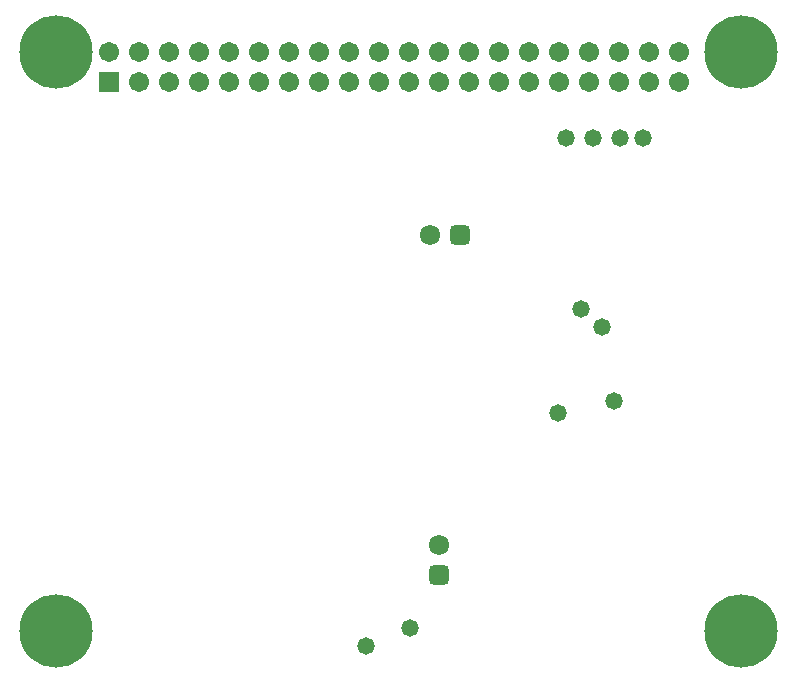
<source format=gbs>
G04*
G04 #@! TF.GenerationSoftware,Altium Limited,Altium Designer,24.10.1 (45)*
G04*
G04 Layer_Color=16711935*
%FSLAX44Y44*%
%MOMM*%
G71*
G04*
G04 #@! TF.SameCoordinates,18B26EA7-4F74-4CB2-AD54-755A6D8BF582*
G04*
G04*
G04 #@! TF.FilePolarity,Negative*
G04*
G01*
G75*
%ADD21R,1.7032X1.7032*%
%ADD22C,1.7032*%
G04:AMPARAMS|DCode=23|XSize=1.7232mm|YSize=1.7232mm|CornerRadius=0.4816mm|HoleSize=0mm|Usage=FLASHONLY|Rotation=90.000|XOffset=0mm|YOffset=0mm|HoleType=Round|Shape=RoundedRectangle|*
%AMROUNDEDRECTD23*
21,1,1.7232,0.7600,0,0,90.0*
21,1,0.7600,1.7232,0,0,90.0*
1,1,0.9632,0.3800,0.3800*
1,1,0.9632,0.3800,-0.3800*
1,1,0.9632,-0.3800,-0.3800*
1,1,0.9632,-0.3800,0.3800*
%
%ADD23ROUNDEDRECTD23*%
%ADD24C,1.7232*%
G04:AMPARAMS|DCode=25|XSize=1.7232mm|YSize=1.7232mm|CornerRadius=0.4816mm|HoleSize=0mm|Usage=FLASHONLY|Rotation=180.000|XOffset=0mm|YOffset=0mm|HoleType=Round|Shape=RoundedRectangle|*
%AMROUNDEDRECTD25*
21,1,1.7232,0.7600,0,0,180.0*
21,1,0.7600,1.7232,0,0,180.0*
1,1,0.9632,-0.3800,0.3800*
1,1,0.9632,0.3800,0.3800*
1,1,0.9632,0.3800,-0.3800*
1,1,0.9632,-0.3800,-0.3800*
%
%ADD25ROUNDEDRECTD25*%
%ADD26C,6.2032*%
%ADD27C,1.4732*%
D21*
X245202Y664801D02*
D03*
D22*
Y690201D02*
D03*
X270602Y664801D02*
D03*
Y690201D02*
D03*
X296002Y664801D02*
D03*
Y690201D02*
D03*
X321402Y664801D02*
D03*
Y690201D02*
D03*
X346802Y664801D02*
D03*
Y690201D02*
D03*
X372202Y664801D02*
D03*
Y690201D02*
D03*
X397602Y664801D02*
D03*
Y690201D02*
D03*
X423002Y664801D02*
D03*
Y690201D02*
D03*
X448402Y664801D02*
D03*
Y690201D02*
D03*
X473802Y664801D02*
D03*
Y690201D02*
D03*
X499202Y664801D02*
D03*
Y690201D02*
D03*
X524602Y664801D02*
D03*
Y690201D02*
D03*
X550002Y664801D02*
D03*
Y690201D02*
D03*
X575402Y664801D02*
D03*
Y690201D02*
D03*
X600802Y664801D02*
D03*
Y690201D02*
D03*
X626202Y664801D02*
D03*
Y690201D02*
D03*
X727802D02*
D03*
Y664801D02*
D03*
X702402Y690201D02*
D03*
Y664801D02*
D03*
X677002Y690201D02*
D03*
Y664801D02*
D03*
X651602Y690201D02*
D03*
Y664801D02*
D03*
D23*
X525000Y247300D02*
D03*
D24*
Y272700D02*
D03*
X517300Y535000D02*
D03*
D25*
X542700D02*
D03*
D26*
X780000Y200000D02*
D03*
Y690000D02*
D03*
X200000Y200000D02*
D03*
Y690000D02*
D03*
D27*
X462500Y187500D02*
D03*
X500000Y202500D02*
D03*
X625000Y385000D02*
D03*
X672500Y395000D02*
D03*
X662500Y457500D02*
D03*
X645000Y472500D02*
D03*
X697500Y617500D02*
D03*
X677500D02*
D03*
X655000D02*
D03*
X632500D02*
D03*
M02*

</source>
